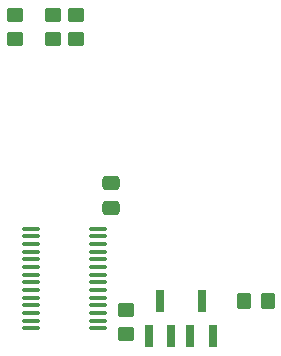
<source format=gbr>
%TF.GenerationSoftware,KiCad,Pcbnew,7.0.7*%
%TF.CreationDate,2024-06-20T17:34:35-04:00*%
%TF.ProjectId,Thruster_Control_Card,54687275-7374-4657-925f-436f6e74726f,rev?*%
%TF.SameCoordinates,Original*%
%TF.FileFunction,Paste,Top*%
%TF.FilePolarity,Positive*%
%FSLAX46Y46*%
G04 Gerber Fmt 4.6, Leading zero omitted, Abs format (unit mm)*
G04 Created by KiCad (PCBNEW 7.0.7) date 2024-06-20 17:34:35*
%MOMM*%
%LPD*%
G01*
G04 APERTURE LIST*
G04 Aperture macros list*
%AMRoundRect*
0 Rectangle with rounded corners*
0 $1 Rounding radius*
0 $2 $3 $4 $5 $6 $7 $8 $9 X,Y pos of 4 corners*
0 Add a 4 corners polygon primitive as box body*
4,1,4,$2,$3,$4,$5,$6,$7,$8,$9,$2,$3,0*
0 Add four circle primitives for the rounded corners*
1,1,$1+$1,$2,$3*
1,1,$1+$1,$4,$5*
1,1,$1+$1,$6,$7*
1,1,$1+$1,$8,$9*
0 Add four rect primitives between the rounded corners*
20,1,$1+$1,$2,$3,$4,$5,0*
20,1,$1+$1,$4,$5,$6,$7,0*
20,1,$1+$1,$6,$7,$8,$9,0*
20,1,$1+$1,$8,$9,$2,$3,0*%
G04 Aperture macros list end*
%ADD10RoundRect,0.250000X0.450000X-0.350000X0.450000X0.350000X-0.450000X0.350000X-0.450000X-0.350000X0*%
%ADD11RoundRect,0.100000X-0.637500X-0.100000X0.637500X-0.100000X0.637500X0.100000X-0.637500X0.100000X0*%
%ADD12R,0.800000X1.900000*%
%ADD13RoundRect,0.250000X-0.450000X0.350000X-0.450000X-0.350000X0.450000X-0.350000X0.450000X0.350000X0*%
%ADD14RoundRect,0.250000X0.475000X-0.337500X0.475000X0.337500X-0.475000X0.337500X-0.475000X-0.337500X0*%
%ADD15RoundRect,0.250000X-0.350000X-0.450000X0.350000X-0.450000X0.350000X0.450000X-0.350000X0.450000X0*%
G04 APERTURE END LIST*
D10*
%TO.C,R5*%
X161900000Y-94700000D03*
X161900000Y-92700000D03*
%TD*%
D11*
%TO.C,I2C_PWM_DRIVER1*%
X153837500Y-85775000D03*
X153837500Y-86425000D03*
X153837500Y-87075000D03*
X153837500Y-87725000D03*
X153837500Y-88375000D03*
X153837500Y-89025000D03*
X153837500Y-89675000D03*
X153837500Y-90325000D03*
X153837500Y-90975000D03*
X153837500Y-91625000D03*
X153837500Y-92275000D03*
X153837500Y-92925000D03*
X153837500Y-93575000D03*
X153837500Y-94225000D03*
X159562500Y-94225000D03*
X159562500Y-93575000D03*
X159562500Y-92925000D03*
X159562500Y-92275000D03*
X159562500Y-91625000D03*
X159562500Y-90975000D03*
X159562500Y-90325000D03*
X159562500Y-89675000D03*
X159562500Y-89025000D03*
X159562500Y-88375000D03*
X159562500Y-87725000D03*
X159562500Y-87075000D03*
X159562500Y-86425000D03*
X159562500Y-85775000D03*
%TD*%
D12*
%TO.C,Q2*%
X163850000Y-94900000D03*
X165750000Y-94900000D03*
X164800000Y-91900000D03*
%TD*%
%TO.C,Q1*%
X167350000Y-94900000D03*
X169250000Y-94900000D03*
X168300000Y-91900000D03*
%TD*%
D13*
%TO.C,R2*%
X155700000Y-67700000D03*
X155700000Y-69700000D03*
%TD*%
%TO.C,R3*%
X157700000Y-67700000D03*
X157700000Y-69700000D03*
%TD*%
%TO.C,R1*%
X152500000Y-67700000D03*
X152500000Y-69700000D03*
%TD*%
D14*
%TO.C,C1*%
X160600000Y-84037500D03*
X160600000Y-81962500D03*
%TD*%
D15*
%TO.C,R4*%
X171900000Y-91900000D03*
X173900000Y-91900000D03*
%TD*%
M02*

</source>
